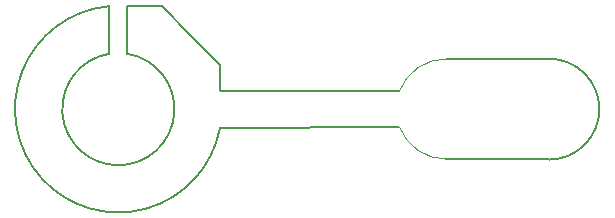
<source format=gm1>
G04*
G04 #@! TF.GenerationSoftware,Altium Limited,Altium Designer,22.4.2 (48)*
G04*
G04 Layer_Color=16711935*
%FSLAX25Y25*%
%MOIN*%
G70*
G04*
G04 #@! TF.SameCoordinates,FE71BE53-F94E-449B-8EC3-A53AC1C6EDAA*
G04*
G04*
G04 #@! TF.FilePolarity,Positive*
G04*
G01*
G75*
%ADD14C,0.00394*%
%ADD19C,0.00500*%
D14*
X438300Y287732D02*
G03*
X422730Y277126I0J-16732D01*
G01*
X422733Y264931D02*
G03*
X438300Y254333I15567J6134D01*
G01*
D19*
X472524Y254176D02*
G03*
X472510Y287798I0J16811D01*
G01*
X325998Y305318D02*
G03*
X362876Y264746I3002J-34318D01*
G01*
X326005Y289459D02*
G03*
X331995Y289459I2995J-18459D01*
G01*
X438300Y287798D02*
X472510D01*
X438300Y254211D02*
X472524D01*
X362876Y277493D02*
X363169Y277200D01*
X353359Y295359D02*
X362876Y285842D01*
Y277493D02*
Y285842D01*
X363169Y277200D02*
X422542D01*
X362925Y264800D02*
X422603Y264931D01*
X343400Y305318D02*
X353359Y295359D01*
X325998Y289502D02*
Y305318D01*
X332002Y289502D02*
Y305318D01*
X343400D01*
M02*

</source>
